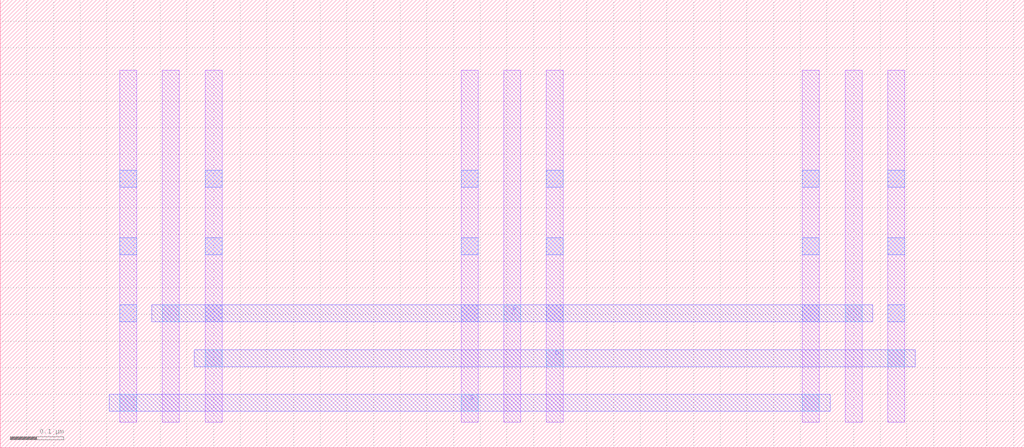
<source format=lef>
MACRO Switch_NMOS_n12_X3_Y1
  ORIGIN 0 0 ;
  FOREIGN Switch_NMOS_n12_X3_Y1 0 0 ;
  SIZE 1.9200 BY 0.8400 ;
  PIN S
    DIRECTION INOUT ;
    USE SIGNAL ;
    PORT
      LAYER M2 ;
        RECT 0.2040 0.0680 1.5560 0.1000 ;
    END
  END S
  PIN D
    DIRECTION INOUT ;
    USE SIGNAL ;
    PORT
      LAYER M2 ;
        RECT 0.3640 0.1520 1.7160 0.1840 ;
    END
  END D
  PIN G
    DIRECTION INOUT ;
    USE SIGNAL ;
    PORT
      LAYER M2 ;
        RECT 0.2840 0.2360 1.6360 0.2680 ;
    END
  END G
  OBS
    LAYER M1 ;
      RECT 0.3040 0.0480 0.3360 0.7080 ;
    LAYER M1 ;
      RECT 0.9440 0.0480 0.9760 0.7080 ;
    LAYER M1 ;
      RECT 1.5840 0.0480 1.6160 0.7080 ;
    LAYER M1 ;
      RECT 0.2240 0.0480 0.2560 0.7080 ;
    LAYER M1 ;
      RECT 0.8640 0.0480 0.8960 0.7080 ;
    LAYER M1 ;
      RECT 1.5040 0.0480 1.5360 0.7080 ;
    LAYER M1 ;
      RECT 0.3840 0.0480 0.4160 0.7080 ;
    LAYER M1 ;
      RECT 1.0240 0.0480 1.0560 0.7080 ;
    LAYER M1 ;
      RECT 1.6640 0.0480 1.6960 0.7080 ;
    LAYER V1 ;
      RECT 0.2240 0.0680 0.2560 0.1000 ;
    LAYER V1 ;
      RECT 0.8640 0.0680 0.8960 0.1000 ;
    LAYER V1 ;
      RECT 1.5040 0.0680 1.5360 0.1000 ;
    LAYER V1 ;
      RECT 0.3840 0.1520 0.4160 0.1840 ;
    LAYER V1 ;
      RECT 1.0240 0.1520 1.0560 0.1840 ;
    LAYER V1 ;
      RECT 1.6640 0.1520 1.6960 0.1840 ;
    LAYER V1 ;
      RECT 0.3040 0.2360 0.3360 0.2680 ;
    LAYER V1 ;
      RECT 0.9440 0.2360 0.9760 0.2680 ;
    LAYER V1 ;
      RECT 1.5840 0.2360 1.6160 0.2680 ;
    LAYER V0 ;
      RECT 0.2240 0.2360 0.2560 0.2680 ;
    LAYER V0 ;
      RECT 0.2240 0.3620 0.2560 0.3940 ;
    LAYER V0 ;
      RECT 0.2240 0.4880 0.2560 0.5200 ;
    LAYER V0 ;
      RECT 0.8640 0.2360 0.8960 0.2680 ;
    LAYER V0 ;
      RECT 0.8640 0.3620 0.8960 0.3940 ;
    LAYER V0 ;
      RECT 0.8640 0.4880 0.8960 0.5200 ;
    LAYER V0 ;
      RECT 1.5040 0.2360 1.5360 0.2680 ;
    LAYER V0 ;
      RECT 1.5040 0.3620 1.5360 0.3940 ;
    LAYER V0 ;
      RECT 1.5040 0.4880 1.5360 0.5200 ;
    LAYER V0 ;
      RECT 0.3840 0.2360 0.4160 0.2680 ;
    LAYER V0 ;
      RECT 0.3840 0.3620 0.4160 0.3940 ;
    LAYER V0 ;
      RECT 0.3840 0.4880 0.4160 0.5200 ;
    LAYER V0 ;
      RECT 1.0240 0.2360 1.0560 0.2680 ;
    LAYER V0 ;
      RECT 1.0240 0.3620 1.0560 0.3940 ;
    LAYER V0 ;
      RECT 1.0240 0.4880 1.0560 0.5200 ;
    LAYER V0 ;
      RECT 1.6640 0.2360 1.6960 0.2680 ;
    LAYER V0 ;
      RECT 1.6640 0.3620 1.6960 0.3940 ;
    LAYER V0 ;
      RECT 1.6640 0.4880 1.6960 0.5200 ;
  END
END Switch_NMOS_n12_X3_Y1

</source>
